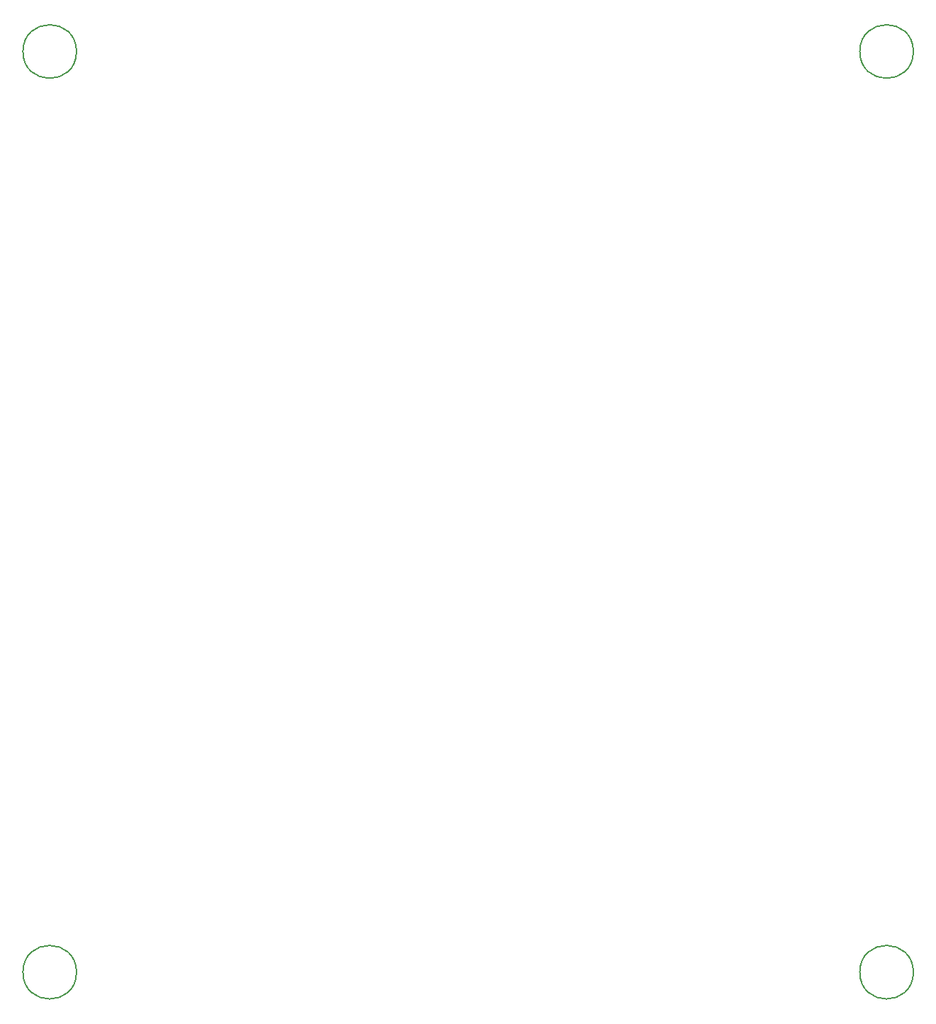
<source format=gbr>
%TF.GenerationSoftware,KiCad,Pcbnew,(6.0.11)*%
%TF.CreationDate,2023-12-12T02:53:41+09:00*%
%TF.ProjectId,Common_Control,436f6d6d-6f6e-45f4-936f-6e74726f6c2e,rev?*%
%TF.SameCoordinates,Original*%
%TF.FileFunction,Other,Comment*%
%FSLAX46Y46*%
G04 Gerber Fmt 4.6, Leading zero omitted, Abs format (unit mm)*
G04 Created by KiCad (PCBNEW (6.0.11)) date 2023-12-12 02:53:41*
%MOMM*%
%LPD*%
G01*
G04 APERTURE LIST*
%ADD10C,0.150000*%
G04 APERTURE END LIST*
D10*
%TO.C,H16*%
X97940000Y-38060000D02*
G75*
G03*
X97940000Y-38060000I-3200000J0D01*
G01*
%TO.C,H17*%
X197940000Y-148060000D02*
G75*
G03*
X197940000Y-148060000I-3200000J0D01*
G01*
%TO.C,H15*%
X97940000Y-148060000D02*
G75*
G03*
X97940000Y-148060000I-3200000J0D01*
G01*
%TO.C,H14*%
X197940000Y-38060000D02*
G75*
G03*
X197940000Y-38060000I-3200000J0D01*
G01*
%TD*%
M02*

</source>
